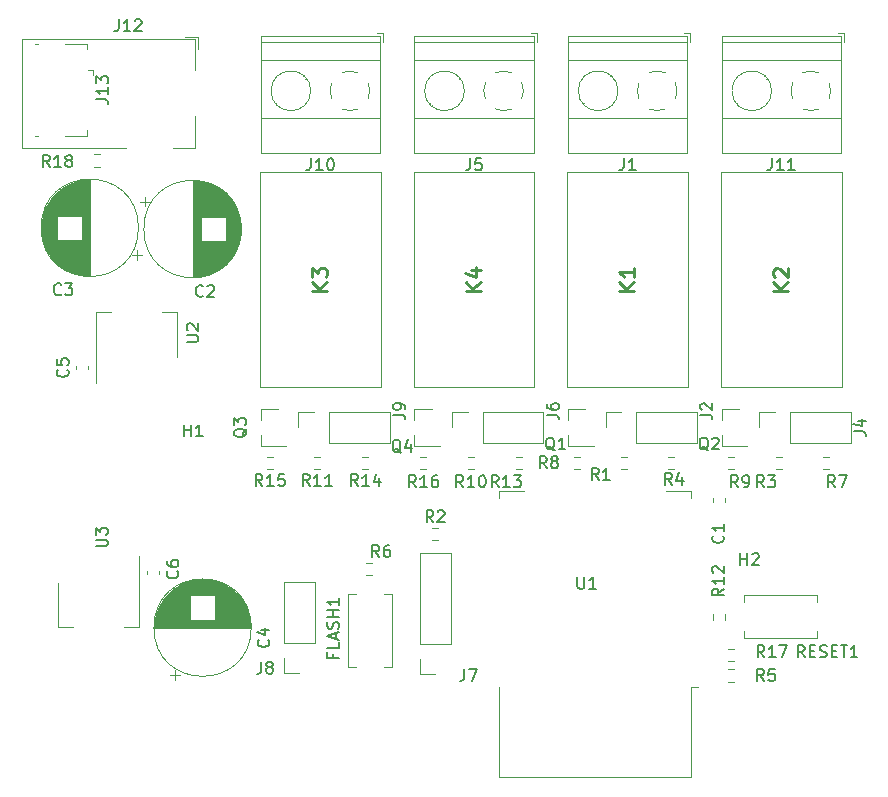
<source format=gbr>
%TF.GenerationSoftware,KiCad,Pcbnew,(5.1.9)-1*%
%TF.CreationDate,2021-07-06T13:13:09+03:00*%
%TF.ProjectId,plumber,706c756d-6265-4722-9e6b-696361645f70,rev?*%
%TF.SameCoordinates,Original*%
%TF.FileFunction,Legend,Top*%
%TF.FilePolarity,Positive*%
%FSLAX46Y46*%
G04 Gerber Fmt 4.6, Leading zero omitted, Abs format (unit mm)*
G04 Created by KiCad (PCBNEW (5.1.9)-1) date 2021-07-06 13:13:09*
%MOMM*%
%LPD*%
G01*
G04 APERTURE LIST*
%ADD10C,0.120000*%
%ADD11C,0.100000*%
%ADD12C,0.150000*%
%ADD13C,0.254000*%
G04 APERTURE END LIST*
D10*
%TO.C,U2*%
X131110000Y-85240000D02*
X129850000Y-85240000D01*
X124290000Y-85240000D02*
X125550000Y-85240000D01*
X131110000Y-89000000D02*
X131110000Y-85240000D01*
X124290000Y-91250000D02*
X124290000Y-85240000D01*
%TO.C,R18*%
X124654724Y-72922500D02*
X124145276Y-72922500D01*
X124654724Y-71877500D02*
X124145276Y-71877500D01*
%TO.C,J13*%
X123500000Y-62500000D02*
X123500000Y-62950000D01*
X121650000Y-62500000D02*
X123500000Y-62500000D01*
X119100000Y-70300000D02*
X119350000Y-70300000D01*
X119100000Y-62500000D02*
X119350000Y-62500000D01*
X121650000Y-70300000D02*
X123500000Y-70300000D01*
X123500000Y-70300000D02*
X123500000Y-69850000D01*
X124050000Y-64700000D02*
X124050000Y-65150000D01*
X124050000Y-64700000D02*
X123600000Y-64700000D01*
%TO.C,J12*%
X132900000Y-62950000D02*
X132900000Y-61900000D01*
X131850000Y-61900000D02*
X132900000Y-61900000D01*
X126800000Y-71300000D02*
X118000000Y-71300000D01*
X118000000Y-71300000D02*
X118000000Y-62100000D01*
X132700000Y-68600000D02*
X132700000Y-71300000D01*
X132700000Y-71300000D02*
X130800000Y-71300000D01*
X118000000Y-62100000D02*
X132700000Y-62100000D01*
X132700000Y-62100000D02*
X132700000Y-64700000D01*
%TO.C,C6*%
X128590000Y-107408767D02*
X128590000Y-107116233D01*
X129610000Y-107408767D02*
X129610000Y-107116233D01*
%TO.C,C5*%
X123610000Y-89791233D02*
X123610000Y-90083767D01*
X122590000Y-89791233D02*
X122590000Y-90083767D01*
%TO.C,C4*%
X137420000Y-111950000D02*
G75*
G03*
X137420000Y-111950000I-4120000J0D01*
G01*
X129220000Y-111950000D02*
X137380000Y-111950000D01*
X129220000Y-111910000D02*
X137380000Y-111910000D01*
X129220000Y-111870000D02*
X137380000Y-111870000D01*
X129221000Y-111830000D02*
X137379000Y-111830000D01*
X129223000Y-111790000D02*
X137377000Y-111790000D01*
X129224000Y-111750000D02*
X137376000Y-111750000D01*
X129226000Y-111710000D02*
X137374000Y-111710000D01*
X129229000Y-111670000D02*
X137371000Y-111670000D01*
X129232000Y-111630000D02*
X137368000Y-111630000D01*
X129235000Y-111590000D02*
X137365000Y-111590000D01*
X129239000Y-111550000D02*
X137361000Y-111550000D01*
X129243000Y-111510000D02*
X137357000Y-111510000D01*
X129248000Y-111470000D02*
X137352000Y-111470000D01*
X129252000Y-111430000D02*
X137348000Y-111430000D01*
X129258000Y-111390000D02*
X137342000Y-111390000D01*
X129263000Y-111350000D02*
X137337000Y-111350000D01*
X129270000Y-111310000D02*
X137330000Y-111310000D01*
X129276000Y-111270000D02*
X137324000Y-111270000D01*
X129283000Y-111229000D02*
X132260000Y-111229000D01*
X134340000Y-111229000D02*
X137317000Y-111229000D01*
X129290000Y-111189000D02*
X132260000Y-111189000D01*
X134340000Y-111189000D02*
X137310000Y-111189000D01*
X129298000Y-111149000D02*
X132260000Y-111149000D01*
X134340000Y-111149000D02*
X137302000Y-111149000D01*
X129306000Y-111109000D02*
X132260000Y-111109000D01*
X134340000Y-111109000D02*
X137294000Y-111109000D01*
X129315000Y-111069000D02*
X132260000Y-111069000D01*
X134340000Y-111069000D02*
X137285000Y-111069000D01*
X129324000Y-111029000D02*
X132260000Y-111029000D01*
X134340000Y-111029000D02*
X137276000Y-111029000D01*
X129333000Y-110989000D02*
X132260000Y-110989000D01*
X134340000Y-110989000D02*
X137267000Y-110989000D01*
X129343000Y-110949000D02*
X132260000Y-110949000D01*
X134340000Y-110949000D02*
X137257000Y-110949000D01*
X129353000Y-110909000D02*
X132260000Y-110909000D01*
X134340000Y-110909000D02*
X137247000Y-110909000D01*
X129364000Y-110869000D02*
X132260000Y-110869000D01*
X134340000Y-110869000D02*
X137236000Y-110869000D01*
X129375000Y-110829000D02*
X132260000Y-110829000D01*
X134340000Y-110829000D02*
X137225000Y-110829000D01*
X129386000Y-110789000D02*
X132260000Y-110789000D01*
X134340000Y-110789000D02*
X137214000Y-110789000D01*
X129398000Y-110749000D02*
X132260000Y-110749000D01*
X134340000Y-110749000D02*
X137202000Y-110749000D01*
X129411000Y-110709000D02*
X132260000Y-110709000D01*
X134340000Y-110709000D02*
X137189000Y-110709000D01*
X129423000Y-110669000D02*
X132260000Y-110669000D01*
X134340000Y-110669000D02*
X137177000Y-110669000D01*
X129437000Y-110629000D02*
X132260000Y-110629000D01*
X134340000Y-110629000D02*
X137163000Y-110629000D01*
X129450000Y-110589000D02*
X132260000Y-110589000D01*
X134340000Y-110589000D02*
X137150000Y-110589000D01*
X129465000Y-110549000D02*
X132260000Y-110549000D01*
X134340000Y-110549000D02*
X137135000Y-110549000D01*
X129479000Y-110509000D02*
X132260000Y-110509000D01*
X134340000Y-110509000D02*
X137121000Y-110509000D01*
X129495000Y-110469000D02*
X132260000Y-110469000D01*
X134340000Y-110469000D02*
X137105000Y-110469000D01*
X129510000Y-110429000D02*
X132260000Y-110429000D01*
X134340000Y-110429000D02*
X137090000Y-110429000D01*
X129526000Y-110389000D02*
X132260000Y-110389000D01*
X134340000Y-110389000D02*
X137074000Y-110389000D01*
X129543000Y-110349000D02*
X132260000Y-110349000D01*
X134340000Y-110349000D02*
X137057000Y-110349000D01*
X129560000Y-110309000D02*
X132260000Y-110309000D01*
X134340000Y-110309000D02*
X137040000Y-110309000D01*
X129578000Y-110269000D02*
X132260000Y-110269000D01*
X134340000Y-110269000D02*
X137022000Y-110269000D01*
X129596000Y-110229000D02*
X132260000Y-110229000D01*
X134340000Y-110229000D02*
X137004000Y-110229000D01*
X129614000Y-110189000D02*
X132260000Y-110189000D01*
X134340000Y-110189000D02*
X136986000Y-110189000D01*
X129634000Y-110149000D02*
X132260000Y-110149000D01*
X134340000Y-110149000D02*
X136966000Y-110149000D01*
X129653000Y-110109000D02*
X132260000Y-110109000D01*
X134340000Y-110109000D02*
X136947000Y-110109000D01*
X129673000Y-110069000D02*
X132260000Y-110069000D01*
X134340000Y-110069000D02*
X136927000Y-110069000D01*
X129694000Y-110029000D02*
X132260000Y-110029000D01*
X134340000Y-110029000D02*
X136906000Y-110029000D01*
X129716000Y-109989000D02*
X132260000Y-109989000D01*
X134340000Y-109989000D02*
X136884000Y-109989000D01*
X129738000Y-109949000D02*
X132260000Y-109949000D01*
X134340000Y-109949000D02*
X136862000Y-109949000D01*
X129760000Y-109909000D02*
X132260000Y-109909000D01*
X134340000Y-109909000D02*
X136840000Y-109909000D01*
X129783000Y-109869000D02*
X132260000Y-109869000D01*
X134340000Y-109869000D02*
X136817000Y-109869000D01*
X129807000Y-109829000D02*
X132260000Y-109829000D01*
X134340000Y-109829000D02*
X136793000Y-109829000D01*
X129831000Y-109789000D02*
X132260000Y-109789000D01*
X134340000Y-109789000D02*
X136769000Y-109789000D01*
X129856000Y-109749000D02*
X132260000Y-109749000D01*
X134340000Y-109749000D02*
X136744000Y-109749000D01*
X129882000Y-109709000D02*
X132260000Y-109709000D01*
X134340000Y-109709000D02*
X136718000Y-109709000D01*
X129908000Y-109669000D02*
X132260000Y-109669000D01*
X134340000Y-109669000D02*
X136692000Y-109669000D01*
X129935000Y-109629000D02*
X132260000Y-109629000D01*
X134340000Y-109629000D02*
X136665000Y-109629000D01*
X129962000Y-109589000D02*
X132260000Y-109589000D01*
X134340000Y-109589000D02*
X136638000Y-109589000D01*
X129991000Y-109549000D02*
X132260000Y-109549000D01*
X134340000Y-109549000D02*
X136609000Y-109549000D01*
X130020000Y-109509000D02*
X132260000Y-109509000D01*
X134340000Y-109509000D02*
X136580000Y-109509000D01*
X130050000Y-109469000D02*
X132260000Y-109469000D01*
X134340000Y-109469000D02*
X136550000Y-109469000D01*
X130080000Y-109429000D02*
X132260000Y-109429000D01*
X134340000Y-109429000D02*
X136520000Y-109429000D01*
X130111000Y-109389000D02*
X132260000Y-109389000D01*
X134340000Y-109389000D02*
X136489000Y-109389000D01*
X130144000Y-109349000D02*
X132260000Y-109349000D01*
X134340000Y-109349000D02*
X136456000Y-109349000D01*
X130176000Y-109309000D02*
X132260000Y-109309000D01*
X134340000Y-109309000D02*
X136424000Y-109309000D01*
X130210000Y-109269000D02*
X132260000Y-109269000D01*
X134340000Y-109269000D02*
X136390000Y-109269000D01*
X130245000Y-109229000D02*
X132260000Y-109229000D01*
X134340000Y-109229000D02*
X136355000Y-109229000D01*
X130281000Y-109189000D02*
X132260000Y-109189000D01*
X134340000Y-109189000D02*
X136319000Y-109189000D01*
X130317000Y-109149000D02*
X136283000Y-109149000D01*
X130355000Y-109109000D02*
X136245000Y-109109000D01*
X130393000Y-109069000D02*
X136207000Y-109069000D01*
X130433000Y-109029000D02*
X136167000Y-109029000D01*
X130474000Y-108989000D02*
X136126000Y-108989000D01*
X130516000Y-108949000D02*
X136084000Y-108949000D01*
X130559000Y-108909000D02*
X136041000Y-108909000D01*
X130603000Y-108869000D02*
X135997000Y-108869000D01*
X130649000Y-108829000D02*
X135951000Y-108829000D01*
X130696000Y-108789000D02*
X135904000Y-108789000D01*
X130744000Y-108749000D02*
X135856000Y-108749000D01*
X130795000Y-108709000D02*
X135805000Y-108709000D01*
X130846000Y-108669000D02*
X135754000Y-108669000D01*
X130900000Y-108629000D02*
X135700000Y-108629000D01*
X130955000Y-108589000D02*
X135645000Y-108589000D01*
X131013000Y-108549000D02*
X135587000Y-108549000D01*
X131072000Y-108509000D02*
X135528000Y-108509000D01*
X131134000Y-108469000D02*
X135466000Y-108469000D01*
X131198000Y-108429000D02*
X135402000Y-108429000D01*
X131266000Y-108389000D02*
X135334000Y-108389000D01*
X131336000Y-108349000D02*
X135264000Y-108349000D01*
X131410000Y-108309000D02*
X135190000Y-108309000D01*
X131487000Y-108269000D02*
X135113000Y-108269000D01*
X131569000Y-108229000D02*
X135031000Y-108229000D01*
X131655000Y-108189000D02*
X134945000Y-108189000D01*
X131748000Y-108149000D02*
X134852000Y-108149000D01*
X131847000Y-108109000D02*
X134753000Y-108109000D01*
X131954000Y-108069000D02*
X134646000Y-108069000D01*
X132071000Y-108029000D02*
X134529000Y-108029000D01*
X132202000Y-107989000D02*
X134398000Y-107989000D01*
X132352000Y-107949000D02*
X134248000Y-107949000D01*
X132532000Y-107909000D02*
X134068000Y-107909000D01*
X132767000Y-107869000D02*
X133833000Y-107869000D01*
X130985000Y-116359698D02*
X130985000Y-115559698D01*
X130585000Y-115959698D02*
X131385000Y-115959698D01*
%TO.C,C3*%
X127870000Y-78100000D02*
G75*
G03*
X127870000Y-78100000I-4120000J0D01*
G01*
X123750000Y-82180000D02*
X123750000Y-74020000D01*
X123710000Y-82180000D02*
X123710000Y-74020000D01*
X123670000Y-82180000D02*
X123670000Y-74020000D01*
X123630000Y-82179000D02*
X123630000Y-74021000D01*
X123590000Y-82177000D02*
X123590000Y-74023000D01*
X123550000Y-82176000D02*
X123550000Y-74024000D01*
X123510000Y-82174000D02*
X123510000Y-74026000D01*
X123470000Y-82171000D02*
X123470000Y-74029000D01*
X123430000Y-82168000D02*
X123430000Y-74032000D01*
X123390000Y-82165000D02*
X123390000Y-74035000D01*
X123350000Y-82161000D02*
X123350000Y-74039000D01*
X123310000Y-82157000D02*
X123310000Y-74043000D01*
X123270000Y-82152000D02*
X123270000Y-74048000D01*
X123230000Y-82148000D02*
X123230000Y-74052000D01*
X123190000Y-82142000D02*
X123190000Y-74058000D01*
X123150000Y-82137000D02*
X123150000Y-74063000D01*
X123110000Y-82130000D02*
X123110000Y-74070000D01*
X123070000Y-82124000D02*
X123070000Y-74076000D01*
X123029000Y-82117000D02*
X123029000Y-79140000D01*
X123029000Y-77060000D02*
X123029000Y-74083000D01*
X122989000Y-82110000D02*
X122989000Y-79140000D01*
X122989000Y-77060000D02*
X122989000Y-74090000D01*
X122949000Y-82102000D02*
X122949000Y-79140000D01*
X122949000Y-77060000D02*
X122949000Y-74098000D01*
X122909000Y-82094000D02*
X122909000Y-79140000D01*
X122909000Y-77060000D02*
X122909000Y-74106000D01*
X122869000Y-82085000D02*
X122869000Y-79140000D01*
X122869000Y-77060000D02*
X122869000Y-74115000D01*
X122829000Y-82076000D02*
X122829000Y-79140000D01*
X122829000Y-77060000D02*
X122829000Y-74124000D01*
X122789000Y-82067000D02*
X122789000Y-79140000D01*
X122789000Y-77060000D02*
X122789000Y-74133000D01*
X122749000Y-82057000D02*
X122749000Y-79140000D01*
X122749000Y-77060000D02*
X122749000Y-74143000D01*
X122709000Y-82047000D02*
X122709000Y-79140000D01*
X122709000Y-77060000D02*
X122709000Y-74153000D01*
X122669000Y-82036000D02*
X122669000Y-79140000D01*
X122669000Y-77060000D02*
X122669000Y-74164000D01*
X122629000Y-82025000D02*
X122629000Y-79140000D01*
X122629000Y-77060000D02*
X122629000Y-74175000D01*
X122589000Y-82014000D02*
X122589000Y-79140000D01*
X122589000Y-77060000D02*
X122589000Y-74186000D01*
X122549000Y-82002000D02*
X122549000Y-79140000D01*
X122549000Y-77060000D02*
X122549000Y-74198000D01*
X122509000Y-81989000D02*
X122509000Y-79140000D01*
X122509000Y-77060000D02*
X122509000Y-74211000D01*
X122469000Y-81977000D02*
X122469000Y-79140000D01*
X122469000Y-77060000D02*
X122469000Y-74223000D01*
X122429000Y-81963000D02*
X122429000Y-79140000D01*
X122429000Y-77060000D02*
X122429000Y-74237000D01*
X122389000Y-81950000D02*
X122389000Y-79140000D01*
X122389000Y-77060000D02*
X122389000Y-74250000D01*
X122349000Y-81935000D02*
X122349000Y-79140000D01*
X122349000Y-77060000D02*
X122349000Y-74265000D01*
X122309000Y-81921000D02*
X122309000Y-79140000D01*
X122309000Y-77060000D02*
X122309000Y-74279000D01*
X122269000Y-81905000D02*
X122269000Y-79140000D01*
X122269000Y-77060000D02*
X122269000Y-74295000D01*
X122229000Y-81890000D02*
X122229000Y-79140000D01*
X122229000Y-77060000D02*
X122229000Y-74310000D01*
X122189000Y-81874000D02*
X122189000Y-79140000D01*
X122189000Y-77060000D02*
X122189000Y-74326000D01*
X122149000Y-81857000D02*
X122149000Y-79140000D01*
X122149000Y-77060000D02*
X122149000Y-74343000D01*
X122109000Y-81840000D02*
X122109000Y-79140000D01*
X122109000Y-77060000D02*
X122109000Y-74360000D01*
X122069000Y-81822000D02*
X122069000Y-79140000D01*
X122069000Y-77060000D02*
X122069000Y-74378000D01*
X122029000Y-81804000D02*
X122029000Y-79140000D01*
X122029000Y-77060000D02*
X122029000Y-74396000D01*
X121989000Y-81786000D02*
X121989000Y-79140000D01*
X121989000Y-77060000D02*
X121989000Y-74414000D01*
X121949000Y-81766000D02*
X121949000Y-79140000D01*
X121949000Y-77060000D02*
X121949000Y-74434000D01*
X121909000Y-81747000D02*
X121909000Y-79140000D01*
X121909000Y-77060000D02*
X121909000Y-74453000D01*
X121869000Y-81727000D02*
X121869000Y-79140000D01*
X121869000Y-77060000D02*
X121869000Y-74473000D01*
X121829000Y-81706000D02*
X121829000Y-79140000D01*
X121829000Y-77060000D02*
X121829000Y-74494000D01*
X121789000Y-81684000D02*
X121789000Y-79140000D01*
X121789000Y-77060000D02*
X121789000Y-74516000D01*
X121749000Y-81662000D02*
X121749000Y-79140000D01*
X121749000Y-77060000D02*
X121749000Y-74538000D01*
X121709000Y-81640000D02*
X121709000Y-79140000D01*
X121709000Y-77060000D02*
X121709000Y-74560000D01*
X121669000Y-81617000D02*
X121669000Y-79140000D01*
X121669000Y-77060000D02*
X121669000Y-74583000D01*
X121629000Y-81593000D02*
X121629000Y-79140000D01*
X121629000Y-77060000D02*
X121629000Y-74607000D01*
X121589000Y-81569000D02*
X121589000Y-79140000D01*
X121589000Y-77060000D02*
X121589000Y-74631000D01*
X121549000Y-81544000D02*
X121549000Y-79140000D01*
X121549000Y-77060000D02*
X121549000Y-74656000D01*
X121509000Y-81518000D02*
X121509000Y-79140000D01*
X121509000Y-77060000D02*
X121509000Y-74682000D01*
X121469000Y-81492000D02*
X121469000Y-79140000D01*
X121469000Y-77060000D02*
X121469000Y-74708000D01*
X121429000Y-81465000D02*
X121429000Y-79140000D01*
X121429000Y-77060000D02*
X121429000Y-74735000D01*
X121389000Y-81438000D02*
X121389000Y-79140000D01*
X121389000Y-77060000D02*
X121389000Y-74762000D01*
X121349000Y-81409000D02*
X121349000Y-79140000D01*
X121349000Y-77060000D02*
X121349000Y-74791000D01*
X121309000Y-81380000D02*
X121309000Y-79140000D01*
X121309000Y-77060000D02*
X121309000Y-74820000D01*
X121269000Y-81350000D02*
X121269000Y-79140000D01*
X121269000Y-77060000D02*
X121269000Y-74850000D01*
X121229000Y-81320000D02*
X121229000Y-79140000D01*
X121229000Y-77060000D02*
X121229000Y-74880000D01*
X121189000Y-81289000D02*
X121189000Y-79140000D01*
X121189000Y-77060000D02*
X121189000Y-74911000D01*
X121149000Y-81256000D02*
X121149000Y-79140000D01*
X121149000Y-77060000D02*
X121149000Y-74944000D01*
X121109000Y-81224000D02*
X121109000Y-79140000D01*
X121109000Y-77060000D02*
X121109000Y-74976000D01*
X121069000Y-81190000D02*
X121069000Y-79140000D01*
X121069000Y-77060000D02*
X121069000Y-75010000D01*
X121029000Y-81155000D02*
X121029000Y-79140000D01*
X121029000Y-77060000D02*
X121029000Y-75045000D01*
X120989000Y-81119000D02*
X120989000Y-79140000D01*
X120989000Y-77060000D02*
X120989000Y-75081000D01*
X120949000Y-81083000D02*
X120949000Y-75117000D01*
X120909000Y-81045000D02*
X120909000Y-75155000D01*
X120869000Y-81007000D02*
X120869000Y-75193000D01*
X120829000Y-80967000D02*
X120829000Y-75233000D01*
X120789000Y-80926000D02*
X120789000Y-75274000D01*
X120749000Y-80884000D02*
X120749000Y-75316000D01*
X120709000Y-80841000D02*
X120709000Y-75359000D01*
X120669000Y-80797000D02*
X120669000Y-75403000D01*
X120629000Y-80751000D02*
X120629000Y-75449000D01*
X120589000Y-80704000D02*
X120589000Y-75496000D01*
X120549000Y-80656000D02*
X120549000Y-75544000D01*
X120509000Y-80605000D02*
X120509000Y-75595000D01*
X120469000Y-80554000D02*
X120469000Y-75646000D01*
X120429000Y-80500000D02*
X120429000Y-75700000D01*
X120389000Y-80445000D02*
X120389000Y-75755000D01*
X120349000Y-80387000D02*
X120349000Y-75813000D01*
X120309000Y-80328000D02*
X120309000Y-75872000D01*
X120269000Y-80266000D02*
X120269000Y-75934000D01*
X120229000Y-80202000D02*
X120229000Y-75998000D01*
X120189000Y-80134000D02*
X120189000Y-76066000D01*
X120149000Y-80064000D02*
X120149000Y-76136000D01*
X120109000Y-79990000D02*
X120109000Y-76210000D01*
X120069000Y-79913000D02*
X120069000Y-76287000D01*
X120029000Y-79831000D02*
X120029000Y-76369000D01*
X119989000Y-79745000D02*
X119989000Y-76455000D01*
X119949000Y-79652000D02*
X119949000Y-76548000D01*
X119909000Y-79553000D02*
X119909000Y-76647000D01*
X119869000Y-79446000D02*
X119869000Y-76754000D01*
X119829000Y-79329000D02*
X119829000Y-76871000D01*
X119789000Y-79198000D02*
X119789000Y-77002000D01*
X119749000Y-79048000D02*
X119749000Y-77152000D01*
X119709000Y-78868000D02*
X119709000Y-77332000D01*
X119669000Y-78633000D02*
X119669000Y-77567000D01*
X128159698Y-80415000D02*
X127359698Y-80415000D01*
X127759698Y-80815000D02*
X127759698Y-80015000D01*
%TO.C,C2*%
X136570000Y-78200000D02*
G75*
G03*
X136570000Y-78200000I-4120000J0D01*
G01*
X132450000Y-74120000D02*
X132450000Y-82280000D01*
X132490000Y-74120000D02*
X132490000Y-82280000D01*
X132530000Y-74120000D02*
X132530000Y-82280000D01*
X132570000Y-74121000D02*
X132570000Y-82279000D01*
X132610000Y-74123000D02*
X132610000Y-82277000D01*
X132650000Y-74124000D02*
X132650000Y-82276000D01*
X132690000Y-74126000D02*
X132690000Y-82274000D01*
X132730000Y-74129000D02*
X132730000Y-82271000D01*
X132770000Y-74132000D02*
X132770000Y-82268000D01*
X132810000Y-74135000D02*
X132810000Y-82265000D01*
X132850000Y-74139000D02*
X132850000Y-82261000D01*
X132890000Y-74143000D02*
X132890000Y-82257000D01*
X132930000Y-74148000D02*
X132930000Y-82252000D01*
X132970000Y-74152000D02*
X132970000Y-82248000D01*
X133010000Y-74158000D02*
X133010000Y-82242000D01*
X133050000Y-74163000D02*
X133050000Y-82237000D01*
X133090000Y-74170000D02*
X133090000Y-82230000D01*
X133130000Y-74176000D02*
X133130000Y-82224000D01*
X133171000Y-74183000D02*
X133171000Y-77160000D01*
X133171000Y-79240000D02*
X133171000Y-82217000D01*
X133211000Y-74190000D02*
X133211000Y-77160000D01*
X133211000Y-79240000D02*
X133211000Y-82210000D01*
X133251000Y-74198000D02*
X133251000Y-77160000D01*
X133251000Y-79240000D02*
X133251000Y-82202000D01*
X133291000Y-74206000D02*
X133291000Y-77160000D01*
X133291000Y-79240000D02*
X133291000Y-82194000D01*
X133331000Y-74215000D02*
X133331000Y-77160000D01*
X133331000Y-79240000D02*
X133331000Y-82185000D01*
X133371000Y-74224000D02*
X133371000Y-77160000D01*
X133371000Y-79240000D02*
X133371000Y-82176000D01*
X133411000Y-74233000D02*
X133411000Y-77160000D01*
X133411000Y-79240000D02*
X133411000Y-82167000D01*
X133451000Y-74243000D02*
X133451000Y-77160000D01*
X133451000Y-79240000D02*
X133451000Y-82157000D01*
X133491000Y-74253000D02*
X133491000Y-77160000D01*
X133491000Y-79240000D02*
X133491000Y-82147000D01*
X133531000Y-74264000D02*
X133531000Y-77160000D01*
X133531000Y-79240000D02*
X133531000Y-82136000D01*
X133571000Y-74275000D02*
X133571000Y-77160000D01*
X133571000Y-79240000D02*
X133571000Y-82125000D01*
X133611000Y-74286000D02*
X133611000Y-77160000D01*
X133611000Y-79240000D02*
X133611000Y-82114000D01*
X133651000Y-74298000D02*
X133651000Y-77160000D01*
X133651000Y-79240000D02*
X133651000Y-82102000D01*
X133691000Y-74311000D02*
X133691000Y-77160000D01*
X133691000Y-79240000D02*
X133691000Y-82089000D01*
X133731000Y-74323000D02*
X133731000Y-77160000D01*
X133731000Y-79240000D02*
X133731000Y-82077000D01*
X133771000Y-74337000D02*
X133771000Y-77160000D01*
X133771000Y-79240000D02*
X133771000Y-82063000D01*
X133811000Y-74350000D02*
X133811000Y-77160000D01*
X133811000Y-79240000D02*
X133811000Y-82050000D01*
X133851000Y-74365000D02*
X133851000Y-77160000D01*
X133851000Y-79240000D02*
X133851000Y-82035000D01*
X133891000Y-74379000D02*
X133891000Y-77160000D01*
X133891000Y-79240000D02*
X133891000Y-82021000D01*
X133931000Y-74395000D02*
X133931000Y-77160000D01*
X133931000Y-79240000D02*
X133931000Y-82005000D01*
X133971000Y-74410000D02*
X133971000Y-77160000D01*
X133971000Y-79240000D02*
X133971000Y-81990000D01*
X134011000Y-74426000D02*
X134011000Y-77160000D01*
X134011000Y-79240000D02*
X134011000Y-81974000D01*
X134051000Y-74443000D02*
X134051000Y-77160000D01*
X134051000Y-79240000D02*
X134051000Y-81957000D01*
X134091000Y-74460000D02*
X134091000Y-77160000D01*
X134091000Y-79240000D02*
X134091000Y-81940000D01*
X134131000Y-74478000D02*
X134131000Y-77160000D01*
X134131000Y-79240000D02*
X134131000Y-81922000D01*
X134171000Y-74496000D02*
X134171000Y-77160000D01*
X134171000Y-79240000D02*
X134171000Y-81904000D01*
X134211000Y-74514000D02*
X134211000Y-77160000D01*
X134211000Y-79240000D02*
X134211000Y-81886000D01*
X134251000Y-74534000D02*
X134251000Y-77160000D01*
X134251000Y-79240000D02*
X134251000Y-81866000D01*
X134291000Y-74553000D02*
X134291000Y-77160000D01*
X134291000Y-79240000D02*
X134291000Y-81847000D01*
X134331000Y-74573000D02*
X134331000Y-77160000D01*
X134331000Y-79240000D02*
X134331000Y-81827000D01*
X134371000Y-74594000D02*
X134371000Y-77160000D01*
X134371000Y-79240000D02*
X134371000Y-81806000D01*
X134411000Y-74616000D02*
X134411000Y-77160000D01*
X134411000Y-79240000D02*
X134411000Y-81784000D01*
X134451000Y-74638000D02*
X134451000Y-77160000D01*
X134451000Y-79240000D02*
X134451000Y-81762000D01*
X134491000Y-74660000D02*
X134491000Y-77160000D01*
X134491000Y-79240000D02*
X134491000Y-81740000D01*
X134531000Y-74683000D02*
X134531000Y-77160000D01*
X134531000Y-79240000D02*
X134531000Y-81717000D01*
X134571000Y-74707000D02*
X134571000Y-77160000D01*
X134571000Y-79240000D02*
X134571000Y-81693000D01*
X134611000Y-74731000D02*
X134611000Y-77160000D01*
X134611000Y-79240000D02*
X134611000Y-81669000D01*
X134651000Y-74756000D02*
X134651000Y-77160000D01*
X134651000Y-79240000D02*
X134651000Y-81644000D01*
X134691000Y-74782000D02*
X134691000Y-77160000D01*
X134691000Y-79240000D02*
X134691000Y-81618000D01*
X134731000Y-74808000D02*
X134731000Y-77160000D01*
X134731000Y-79240000D02*
X134731000Y-81592000D01*
X134771000Y-74835000D02*
X134771000Y-77160000D01*
X134771000Y-79240000D02*
X134771000Y-81565000D01*
X134811000Y-74862000D02*
X134811000Y-77160000D01*
X134811000Y-79240000D02*
X134811000Y-81538000D01*
X134851000Y-74891000D02*
X134851000Y-77160000D01*
X134851000Y-79240000D02*
X134851000Y-81509000D01*
X134891000Y-74920000D02*
X134891000Y-77160000D01*
X134891000Y-79240000D02*
X134891000Y-81480000D01*
X134931000Y-74950000D02*
X134931000Y-77160000D01*
X134931000Y-79240000D02*
X134931000Y-81450000D01*
X134971000Y-74980000D02*
X134971000Y-77160000D01*
X134971000Y-79240000D02*
X134971000Y-81420000D01*
X135011000Y-75011000D02*
X135011000Y-77160000D01*
X135011000Y-79240000D02*
X135011000Y-81389000D01*
X135051000Y-75044000D02*
X135051000Y-77160000D01*
X135051000Y-79240000D02*
X135051000Y-81356000D01*
X135091000Y-75076000D02*
X135091000Y-77160000D01*
X135091000Y-79240000D02*
X135091000Y-81324000D01*
X135131000Y-75110000D02*
X135131000Y-77160000D01*
X135131000Y-79240000D02*
X135131000Y-81290000D01*
X135171000Y-75145000D02*
X135171000Y-77160000D01*
X135171000Y-79240000D02*
X135171000Y-81255000D01*
X135211000Y-75181000D02*
X135211000Y-77160000D01*
X135211000Y-79240000D02*
X135211000Y-81219000D01*
X135251000Y-75217000D02*
X135251000Y-81183000D01*
X135291000Y-75255000D02*
X135291000Y-81145000D01*
X135331000Y-75293000D02*
X135331000Y-81107000D01*
X135371000Y-75333000D02*
X135371000Y-81067000D01*
X135411000Y-75374000D02*
X135411000Y-81026000D01*
X135451000Y-75416000D02*
X135451000Y-80984000D01*
X135491000Y-75459000D02*
X135491000Y-80941000D01*
X135531000Y-75503000D02*
X135531000Y-80897000D01*
X135571000Y-75549000D02*
X135571000Y-80851000D01*
X135611000Y-75596000D02*
X135611000Y-80804000D01*
X135651000Y-75644000D02*
X135651000Y-80756000D01*
X135691000Y-75695000D02*
X135691000Y-80705000D01*
X135731000Y-75746000D02*
X135731000Y-80654000D01*
X135771000Y-75800000D02*
X135771000Y-80600000D01*
X135811000Y-75855000D02*
X135811000Y-80545000D01*
X135851000Y-75913000D02*
X135851000Y-80487000D01*
X135891000Y-75972000D02*
X135891000Y-80428000D01*
X135931000Y-76034000D02*
X135931000Y-80366000D01*
X135971000Y-76098000D02*
X135971000Y-80302000D01*
X136011000Y-76166000D02*
X136011000Y-80234000D01*
X136051000Y-76236000D02*
X136051000Y-80164000D01*
X136091000Y-76310000D02*
X136091000Y-80090000D01*
X136131000Y-76387000D02*
X136131000Y-80013000D01*
X136171000Y-76469000D02*
X136171000Y-79931000D01*
X136211000Y-76555000D02*
X136211000Y-79845000D01*
X136251000Y-76648000D02*
X136251000Y-79752000D01*
X136291000Y-76747000D02*
X136291000Y-79653000D01*
X136331000Y-76854000D02*
X136331000Y-79546000D01*
X136371000Y-76971000D02*
X136371000Y-79429000D01*
X136411000Y-77102000D02*
X136411000Y-79298000D01*
X136451000Y-77252000D02*
X136451000Y-79148000D01*
X136491000Y-77432000D02*
X136491000Y-78968000D01*
X136531000Y-77667000D02*
X136531000Y-78733000D01*
X128040302Y-75885000D02*
X128840302Y-75885000D01*
X128440302Y-75485000D02*
X128440302Y-76285000D01*
%TO.C,U3*%
X127910000Y-105900000D02*
X127910000Y-111910000D01*
X121090000Y-108150000D02*
X121090000Y-111910000D01*
X127910000Y-111910000D02*
X126650000Y-111910000D01*
X121090000Y-111910000D02*
X122350000Y-111910000D01*
%TO.C,R16*%
X151745276Y-98522500D02*
X152254724Y-98522500D01*
X151745276Y-97477500D02*
X152254724Y-97477500D01*
%TO.C,R15*%
X138745276Y-98522500D02*
X139254724Y-98522500D01*
X138745276Y-97477500D02*
X139254724Y-97477500D01*
%TO.C,R14*%
X146832776Y-98522500D02*
X147342224Y-98522500D01*
X146832776Y-97477500D02*
X147342224Y-97477500D01*
%TO.C,R13*%
X159832776Y-98522500D02*
X160342224Y-98522500D01*
X159832776Y-97477500D02*
X160342224Y-97477500D01*
%TO.C,R11*%
X142745276Y-98522500D02*
X143254724Y-98522500D01*
X142745276Y-97477500D02*
X143254724Y-97477500D01*
%TO.C,R10*%
X155745276Y-98522500D02*
X156254724Y-98522500D01*
X155745276Y-97477500D02*
X156254724Y-97477500D01*
%TO.C,R9*%
X177745276Y-98522500D02*
X178254724Y-98522500D01*
X177745276Y-97477500D02*
X178254724Y-97477500D01*
%TO.C,R8*%
X164745276Y-98522500D02*
X165254724Y-98522500D01*
X164745276Y-97477500D02*
X165254724Y-97477500D01*
%TO.C,R7*%
X185832776Y-98522500D02*
X186342224Y-98522500D01*
X185832776Y-97477500D02*
X186342224Y-97477500D01*
%TO.C,R4*%
X172745276Y-98522500D02*
X173254724Y-98522500D01*
X172745276Y-97477500D02*
X173254724Y-97477500D01*
%TO.C,R3*%
X181832776Y-98522500D02*
X182342224Y-98522500D01*
X181832776Y-97477500D02*
X182342224Y-97477500D01*
%TO.C,R2*%
X152745276Y-104522500D02*
X153254724Y-104522500D01*
X152745276Y-103477500D02*
X153254724Y-103477500D01*
%TO.C,R1*%
X168745276Y-98522500D02*
X169254724Y-98522500D01*
X168745276Y-97477500D02*
X169254724Y-97477500D01*
%TO.C,Q4*%
X151240000Y-93420000D02*
X152700000Y-93420000D01*
X151240000Y-96580000D02*
X153400000Y-96580000D01*
X151240000Y-96580000D02*
X151240000Y-95650000D01*
X151240000Y-93420000D02*
X151240000Y-94350000D01*
%TO.C,Q3*%
X138240000Y-93420000D02*
X139700000Y-93420000D01*
X138240000Y-96580000D02*
X140400000Y-96580000D01*
X138240000Y-96580000D02*
X138240000Y-95650000D01*
X138240000Y-93420000D02*
X138240000Y-94350000D01*
%TO.C,Q2*%
X177240000Y-93420000D02*
X178700000Y-93420000D01*
X177240000Y-96580000D02*
X179400000Y-96580000D01*
X177240000Y-96580000D02*
X177240000Y-95650000D01*
X177240000Y-93420000D02*
X177240000Y-94350000D01*
%TO.C,Q1*%
X164240000Y-93420000D02*
X165700000Y-93420000D01*
X164240000Y-96580000D02*
X166400000Y-96580000D01*
X164240000Y-96580000D02*
X164240000Y-95650000D01*
X164240000Y-93420000D02*
X164240000Y-94350000D01*
D11*
%TO.C,K4*%
X161375000Y-91605000D02*
X151175000Y-91605000D01*
X161375000Y-73405000D02*
X161375000Y-91605000D01*
X151175000Y-73405000D02*
X161375000Y-73405000D01*
X151175000Y-91605000D02*
X151175000Y-73405000D01*
%TO.C,K3*%
X148375000Y-91580000D02*
X138175000Y-91580000D01*
X148375000Y-73380000D02*
X148375000Y-91580000D01*
X138175000Y-73380000D02*
X148375000Y-73380000D01*
X138175000Y-91580000D02*
X138175000Y-73380000D01*
%TO.C,K2*%
X187400000Y-91605000D02*
X177200000Y-91605000D01*
X187400000Y-73405000D02*
X187400000Y-91605000D01*
X177200000Y-73405000D02*
X187400000Y-73405000D01*
X177200000Y-91605000D02*
X177200000Y-73405000D01*
%TO.C,K1*%
X174375000Y-91605000D02*
X164175000Y-91605000D01*
X174375000Y-73405000D02*
X174375000Y-91605000D01*
X164175000Y-73405000D02*
X174375000Y-73405000D01*
X164175000Y-91605000D02*
X164175000Y-73405000D01*
D10*
%TO.C,J11*%
X187600000Y-61600000D02*
X187100000Y-61600000D01*
X187600000Y-62340000D02*
X187600000Y-61600000D01*
X181027000Y-65477000D02*
X181074000Y-65431000D01*
X178730000Y-67775000D02*
X178765000Y-67739000D01*
X180834000Y-65261000D02*
X180869000Y-65226000D01*
X178525000Y-67569000D02*
X178572000Y-67523000D01*
X177240000Y-71761000D02*
X177240000Y-61840000D01*
X187360000Y-71761000D02*
X187360000Y-61840000D01*
X187360000Y-61840000D02*
X177240000Y-61840000D01*
X187360000Y-71761000D02*
X177240000Y-71761000D01*
X187360000Y-68801000D02*
X177240000Y-68801000D01*
X187360000Y-63900000D02*
X177240000Y-63900000D01*
X187360000Y-62400000D02*
X177240000Y-62400000D01*
X181480000Y-66500000D02*
G75*
G03*
X181480000Y-66500000I-1680000J0D01*
G01*
X184771195Y-64819747D02*
G75*
G02*
X185484000Y-64965000I28805J-1680253D01*
G01*
X186335426Y-65816958D02*
G75*
G02*
X186335000Y-67184000I-1535426J-683042D01*
G01*
X185483042Y-68035426D02*
G75*
G02*
X184116000Y-68035000I-683042J1535426D01*
G01*
X183264574Y-67183042D02*
G75*
G02*
X183265000Y-65816000I1535426J683042D01*
G01*
X184116682Y-64965244D02*
G75*
G02*
X184800000Y-64820000I683318J-1534756D01*
G01*
%TO.C,J10*%
X148575000Y-61600000D02*
X148075000Y-61600000D01*
X148575000Y-62340000D02*
X148575000Y-61600000D01*
X142002000Y-65477000D02*
X142049000Y-65431000D01*
X139705000Y-67775000D02*
X139740000Y-67739000D01*
X141809000Y-65261000D02*
X141844000Y-65226000D01*
X139500000Y-67569000D02*
X139547000Y-67523000D01*
X138215000Y-71761000D02*
X138215000Y-61840000D01*
X148335000Y-71761000D02*
X148335000Y-61840000D01*
X148335000Y-61840000D02*
X138215000Y-61840000D01*
X148335000Y-71761000D02*
X138215000Y-71761000D01*
X148335000Y-68801000D02*
X138215000Y-68801000D01*
X148335000Y-63900000D02*
X138215000Y-63900000D01*
X148335000Y-62400000D02*
X138215000Y-62400000D01*
X142455000Y-66500000D02*
G75*
G03*
X142455000Y-66500000I-1680000J0D01*
G01*
X145746195Y-64819747D02*
G75*
G02*
X146459000Y-64965000I28805J-1680253D01*
G01*
X147310426Y-65816958D02*
G75*
G02*
X147310000Y-67184000I-1535426J-683042D01*
G01*
X146458042Y-68035426D02*
G75*
G02*
X145091000Y-68035000I-683042J1535426D01*
G01*
X144239574Y-67183042D02*
G75*
G02*
X144240000Y-65816000I1535426J683042D01*
G01*
X145091682Y-64965244D02*
G75*
G02*
X145775000Y-64820000I683318J-1534756D01*
G01*
%TO.C,J9*%
X141420000Y-95000000D02*
X141420000Y-93670000D01*
X141420000Y-93670000D02*
X142750000Y-93670000D01*
X144020000Y-93670000D02*
X149160000Y-93670000D01*
X149160000Y-96330000D02*
X149160000Y-93670000D01*
X144020000Y-96330000D02*
X149160000Y-96330000D01*
X144020000Y-96330000D02*
X144020000Y-93670000D01*
%TO.C,J4*%
X180445000Y-95000000D02*
X180445000Y-93670000D01*
X180445000Y-93670000D02*
X181775000Y-93670000D01*
X183045000Y-93670000D02*
X188185000Y-93670000D01*
X188185000Y-96330000D02*
X188185000Y-93670000D01*
X183045000Y-96330000D02*
X188185000Y-96330000D01*
X183045000Y-96330000D02*
X183045000Y-93670000D01*
%TO.C,J2*%
X167420000Y-95000000D02*
X167420000Y-93670000D01*
X167420000Y-93670000D02*
X168750000Y-93670000D01*
X170020000Y-93670000D02*
X175160000Y-93670000D01*
X175160000Y-96330000D02*
X175160000Y-93670000D01*
X170020000Y-96330000D02*
X175160000Y-96330000D01*
X170020000Y-96330000D02*
X170020000Y-93670000D01*
%TO.C,J8*%
X141500000Y-115830000D02*
X140170000Y-115830000D01*
X140170000Y-115830000D02*
X140170000Y-114500000D01*
X140170000Y-113230000D02*
X140170000Y-108090000D01*
X142830000Y-108090000D02*
X140170000Y-108090000D01*
X142830000Y-113230000D02*
X142830000Y-108090000D01*
X142830000Y-113230000D02*
X140170000Y-113230000D01*
%TO.C,J6*%
X154420000Y-95000000D02*
X154420000Y-93670000D01*
X154420000Y-93670000D02*
X155750000Y-93670000D01*
X157020000Y-93670000D02*
X162160000Y-93670000D01*
X162160000Y-96330000D02*
X162160000Y-93670000D01*
X157020000Y-96330000D02*
X162160000Y-96330000D01*
X157020000Y-96330000D02*
X157020000Y-93670000D01*
%TO.C,J5*%
X161583333Y-61600000D02*
X161083333Y-61600000D01*
X161583333Y-62340000D02*
X161583333Y-61600000D01*
X155010333Y-65477000D02*
X155057333Y-65431000D01*
X152713333Y-67775000D02*
X152748333Y-67739000D01*
X154817333Y-65261000D02*
X154852333Y-65226000D01*
X152508333Y-67569000D02*
X152555333Y-67523000D01*
X151223333Y-71761000D02*
X151223333Y-61840000D01*
X161343333Y-71761000D02*
X161343333Y-61840000D01*
X161343333Y-61840000D02*
X151223333Y-61840000D01*
X161343333Y-71761000D02*
X151223333Y-71761000D01*
X161343333Y-68801000D02*
X151223333Y-68801000D01*
X161343333Y-63900000D02*
X151223333Y-63900000D01*
X161343333Y-62400000D02*
X151223333Y-62400000D01*
X155463333Y-66500000D02*
G75*
G03*
X155463333Y-66500000I-1680000J0D01*
G01*
X158754528Y-64819747D02*
G75*
G02*
X159467333Y-64965000I28805J-1680253D01*
G01*
X160318759Y-65816958D02*
G75*
G02*
X160318333Y-67184000I-1535426J-683042D01*
G01*
X159466375Y-68035426D02*
G75*
G02*
X158099333Y-68035000I-683042J1535426D01*
G01*
X157247907Y-67183042D02*
G75*
G02*
X157248333Y-65816000I1535426J683042D01*
G01*
X158100015Y-64965244D02*
G75*
G02*
X158783333Y-64820000I683318J-1534756D01*
G01*
%TO.C,FLASH1*%
X145650000Y-109100000D02*
X145650000Y-115300000D01*
X149350000Y-115300000D02*
X149350000Y-109100000D01*
X149350000Y-109100000D02*
X148700000Y-109100000D01*
X146300000Y-109100000D02*
X145650000Y-109100000D01*
X145650000Y-115300000D02*
X146300000Y-115300000D01*
X149350000Y-115300000D02*
X148700000Y-115300000D01*
%TO.C,R17*%
X177745276Y-114772500D02*
X178254724Y-114772500D01*
X177745276Y-113727500D02*
X178254724Y-113727500D01*
%TO.C,R12*%
X176477500Y-110832776D02*
X176477500Y-111342224D01*
X177522500Y-110832776D02*
X177522500Y-111342224D01*
%TO.C,R6*%
X147667224Y-106477500D02*
X147157776Y-106477500D01*
X147667224Y-107522500D02*
X147157776Y-107522500D01*
%TO.C,R5*%
X178254724Y-115477500D02*
X177745276Y-115477500D01*
X178254724Y-116522500D02*
X177745276Y-116522500D01*
%TO.C,C1*%
X177510000Y-101283767D02*
X177510000Y-100991233D01*
X176490000Y-101283767D02*
X176490000Y-100991233D01*
%TO.C,RESET1*%
X179100000Y-112850000D02*
X185300000Y-112850000D01*
X185300000Y-109150000D02*
X179100000Y-109150000D01*
X179100000Y-109150000D02*
X179100000Y-109800000D01*
X179100000Y-112200000D02*
X179100000Y-112850000D01*
X185300000Y-112850000D02*
X185300000Y-112200000D01*
X185300000Y-109150000D02*
X185300000Y-109800000D01*
%TO.C,J7*%
X153000000Y-115910000D02*
X151670000Y-115910000D01*
X151670000Y-115910000D02*
X151670000Y-114580000D01*
X151670000Y-113310000D02*
X151670000Y-105630000D01*
X154330000Y-105630000D02*
X151670000Y-105630000D01*
X154330000Y-113310000D02*
X154330000Y-105630000D01*
X154330000Y-113310000D02*
X151670000Y-113310000D01*
%TO.C,U1*%
X174620000Y-124620000D02*
X158380000Y-124620000D01*
X158380000Y-124620000D02*
X158380000Y-117000000D01*
X158380000Y-101000000D02*
X158380000Y-100380000D01*
X158380000Y-100380000D02*
X160500000Y-100380000D01*
X172500000Y-100380000D02*
X174620000Y-100380000D01*
X174620000Y-100380000D02*
X174620000Y-101000000D01*
X174620000Y-117000000D02*
X174620000Y-124620000D01*
X174620000Y-117000000D02*
X175230000Y-117000000D01*
%TO.C,J1*%
X174591666Y-61600000D02*
X174091666Y-61600000D01*
X174591666Y-62340000D02*
X174591666Y-61600000D01*
X168018666Y-65477000D02*
X168065666Y-65431000D01*
X165721666Y-67775000D02*
X165756666Y-67739000D01*
X167825666Y-65261000D02*
X167860666Y-65226000D01*
X165516666Y-67569000D02*
X165563666Y-67523000D01*
X164231666Y-71761000D02*
X164231666Y-61840000D01*
X174351666Y-71761000D02*
X174351666Y-61840000D01*
X174351666Y-61840000D02*
X164231666Y-61840000D01*
X174351666Y-71761000D02*
X164231666Y-71761000D01*
X174351666Y-68801000D02*
X164231666Y-68801000D01*
X174351666Y-63900000D02*
X164231666Y-63900000D01*
X174351666Y-62400000D02*
X164231666Y-62400000D01*
X168471666Y-66500000D02*
G75*
G03*
X168471666Y-66500000I-1680000J0D01*
G01*
X171762861Y-64819747D02*
G75*
G02*
X172475666Y-64965000I28805J-1680253D01*
G01*
X173327092Y-65816958D02*
G75*
G02*
X173326666Y-67184000I-1535426J-683042D01*
G01*
X172474708Y-68035426D02*
G75*
G02*
X171107666Y-68035000I-683042J1535426D01*
G01*
X170256240Y-67183042D02*
G75*
G02*
X170256666Y-65816000I1535426J683042D01*
G01*
X171108348Y-64965244D02*
G75*
G02*
X171791666Y-64820000I683318J-1534756D01*
G01*
%TO.C,U2*%
D12*
X131952380Y-87761904D02*
X132761904Y-87761904D01*
X132857142Y-87714285D01*
X132904761Y-87666666D01*
X132952380Y-87571428D01*
X132952380Y-87380952D01*
X132904761Y-87285714D01*
X132857142Y-87238095D01*
X132761904Y-87190476D01*
X131952380Y-87190476D01*
X132047619Y-86761904D02*
X132000000Y-86714285D01*
X131952380Y-86619047D01*
X131952380Y-86380952D01*
X132000000Y-86285714D01*
X132047619Y-86238095D01*
X132142857Y-86190476D01*
X132238095Y-86190476D01*
X132380952Y-86238095D01*
X132952380Y-86809523D01*
X132952380Y-86190476D01*
%TO.C,R18*%
X120357142Y-72952380D02*
X120023809Y-72476190D01*
X119785714Y-72952380D02*
X119785714Y-71952380D01*
X120166666Y-71952380D01*
X120261904Y-72000000D01*
X120309523Y-72047619D01*
X120357142Y-72142857D01*
X120357142Y-72285714D01*
X120309523Y-72380952D01*
X120261904Y-72428571D01*
X120166666Y-72476190D01*
X119785714Y-72476190D01*
X121309523Y-72952380D02*
X120738095Y-72952380D01*
X121023809Y-72952380D02*
X121023809Y-71952380D01*
X120928571Y-72095238D01*
X120833333Y-72190476D01*
X120738095Y-72238095D01*
X121880952Y-72380952D02*
X121785714Y-72333333D01*
X121738095Y-72285714D01*
X121690476Y-72190476D01*
X121690476Y-72142857D01*
X121738095Y-72047619D01*
X121785714Y-72000000D01*
X121880952Y-71952380D01*
X122071428Y-71952380D01*
X122166666Y-72000000D01*
X122214285Y-72047619D01*
X122261904Y-72142857D01*
X122261904Y-72190476D01*
X122214285Y-72285714D01*
X122166666Y-72333333D01*
X122071428Y-72380952D01*
X121880952Y-72380952D01*
X121785714Y-72428571D01*
X121738095Y-72476190D01*
X121690476Y-72571428D01*
X121690476Y-72761904D01*
X121738095Y-72857142D01*
X121785714Y-72904761D01*
X121880952Y-72952380D01*
X122071428Y-72952380D01*
X122166666Y-72904761D01*
X122214285Y-72857142D01*
X122261904Y-72761904D01*
X122261904Y-72571428D01*
X122214285Y-72476190D01*
X122166666Y-72428571D01*
X122071428Y-72380952D01*
%TO.C,J13*%
X124302380Y-67209523D02*
X125016666Y-67209523D01*
X125159523Y-67257142D01*
X125254761Y-67352380D01*
X125302380Y-67495238D01*
X125302380Y-67590476D01*
X125302380Y-66209523D02*
X125302380Y-66780952D01*
X125302380Y-66495238D02*
X124302380Y-66495238D01*
X124445238Y-66590476D01*
X124540476Y-66685714D01*
X124588095Y-66780952D01*
X124302380Y-65876190D02*
X124302380Y-65257142D01*
X124683333Y-65590476D01*
X124683333Y-65447619D01*
X124730952Y-65352380D01*
X124778571Y-65304761D01*
X124873809Y-65257142D01*
X125111904Y-65257142D01*
X125207142Y-65304761D01*
X125254761Y-65352380D01*
X125302380Y-65447619D01*
X125302380Y-65733333D01*
X125254761Y-65828571D01*
X125207142Y-65876190D01*
%TO.C,J12*%
X126190476Y-60452380D02*
X126190476Y-61166666D01*
X126142857Y-61309523D01*
X126047619Y-61404761D01*
X125904761Y-61452380D01*
X125809523Y-61452380D01*
X127190476Y-61452380D02*
X126619047Y-61452380D01*
X126904761Y-61452380D02*
X126904761Y-60452380D01*
X126809523Y-60595238D01*
X126714285Y-60690476D01*
X126619047Y-60738095D01*
X127571428Y-60547619D02*
X127619047Y-60500000D01*
X127714285Y-60452380D01*
X127952380Y-60452380D01*
X128047619Y-60500000D01*
X128095238Y-60547619D01*
X128142857Y-60642857D01*
X128142857Y-60738095D01*
X128095238Y-60880952D01*
X127523809Y-61452380D01*
X128142857Y-61452380D01*
%TO.C,C6*%
X131157142Y-107166666D02*
X131204761Y-107214285D01*
X131252380Y-107357142D01*
X131252380Y-107452380D01*
X131204761Y-107595238D01*
X131109523Y-107690476D01*
X131014285Y-107738095D01*
X130823809Y-107785714D01*
X130680952Y-107785714D01*
X130490476Y-107738095D01*
X130395238Y-107690476D01*
X130300000Y-107595238D01*
X130252380Y-107452380D01*
X130252380Y-107357142D01*
X130300000Y-107214285D01*
X130347619Y-107166666D01*
X130252380Y-106309523D02*
X130252380Y-106500000D01*
X130300000Y-106595238D01*
X130347619Y-106642857D01*
X130490476Y-106738095D01*
X130680952Y-106785714D01*
X131061904Y-106785714D01*
X131157142Y-106738095D01*
X131204761Y-106690476D01*
X131252380Y-106595238D01*
X131252380Y-106404761D01*
X131204761Y-106309523D01*
X131157142Y-106261904D01*
X131061904Y-106214285D01*
X130823809Y-106214285D01*
X130728571Y-106261904D01*
X130680952Y-106309523D01*
X130633333Y-106404761D01*
X130633333Y-106595238D01*
X130680952Y-106690476D01*
X130728571Y-106738095D01*
X130823809Y-106785714D01*
%TO.C,C5*%
X121857142Y-90104166D02*
X121904761Y-90151785D01*
X121952380Y-90294642D01*
X121952380Y-90389880D01*
X121904761Y-90532738D01*
X121809523Y-90627976D01*
X121714285Y-90675595D01*
X121523809Y-90723214D01*
X121380952Y-90723214D01*
X121190476Y-90675595D01*
X121095238Y-90627976D01*
X121000000Y-90532738D01*
X120952380Y-90389880D01*
X120952380Y-90294642D01*
X121000000Y-90151785D01*
X121047619Y-90104166D01*
X120952380Y-89199404D02*
X120952380Y-89675595D01*
X121428571Y-89723214D01*
X121380952Y-89675595D01*
X121333333Y-89580357D01*
X121333333Y-89342261D01*
X121380952Y-89247023D01*
X121428571Y-89199404D01*
X121523809Y-89151785D01*
X121761904Y-89151785D01*
X121857142Y-89199404D01*
X121904761Y-89247023D01*
X121952380Y-89342261D01*
X121952380Y-89580357D01*
X121904761Y-89675595D01*
X121857142Y-89723214D01*
%TO.C,C4*%
X138857142Y-112966666D02*
X138904761Y-113014285D01*
X138952380Y-113157142D01*
X138952380Y-113252380D01*
X138904761Y-113395238D01*
X138809523Y-113490476D01*
X138714285Y-113538095D01*
X138523809Y-113585714D01*
X138380952Y-113585714D01*
X138190476Y-113538095D01*
X138095238Y-113490476D01*
X138000000Y-113395238D01*
X137952380Y-113252380D01*
X137952380Y-113157142D01*
X138000000Y-113014285D01*
X138047619Y-112966666D01*
X138285714Y-112109523D02*
X138952380Y-112109523D01*
X137904761Y-112347619D02*
X138619047Y-112585714D01*
X138619047Y-111966666D01*
%TO.C,C3*%
X121333333Y-83707142D02*
X121285714Y-83754761D01*
X121142857Y-83802380D01*
X121047619Y-83802380D01*
X120904761Y-83754761D01*
X120809523Y-83659523D01*
X120761904Y-83564285D01*
X120714285Y-83373809D01*
X120714285Y-83230952D01*
X120761904Y-83040476D01*
X120809523Y-82945238D01*
X120904761Y-82850000D01*
X121047619Y-82802380D01*
X121142857Y-82802380D01*
X121285714Y-82850000D01*
X121333333Y-82897619D01*
X121666666Y-82802380D02*
X122285714Y-82802380D01*
X121952380Y-83183333D01*
X122095238Y-83183333D01*
X122190476Y-83230952D01*
X122238095Y-83278571D01*
X122285714Y-83373809D01*
X122285714Y-83611904D01*
X122238095Y-83707142D01*
X122190476Y-83754761D01*
X122095238Y-83802380D01*
X121809523Y-83802380D01*
X121714285Y-83754761D01*
X121666666Y-83707142D01*
%TO.C,C2*%
X133333333Y-83857142D02*
X133285714Y-83904761D01*
X133142857Y-83952380D01*
X133047619Y-83952380D01*
X132904761Y-83904761D01*
X132809523Y-83809523D01*
X132761904Y-83714285D01*
X132714285Y-83523809D01*
X132714285Y-83380952D01*
X132761904Y-83190476D01*
X132809523Y-83095238D01*
X132904761Y-83000000D01*
X133047619Y-82952380D01*
X133142857Y-82952380D01*
X133285714Y-83000000D01*
X133333333Y-83047619D01*
X133714285Y-83047619D02*
X133761904Y-83000000D01*
X133857142Y-82952380D01*
X134095238Y-82952380D01*
X134190476Y-83000000D01*
X134238095Y-83047619D01*
X134285714Y-83142857D01*
X134285714Y-83238095D01*
X134238095Y-83380952D01*
X133666666Y-83952380D01*
X134285714Y-83952380D01*
%TO.C,U3*%
X124252380Y-105061904D02*
X125061904Y-105061904D01*
X125157142Y-105014285D01*
X125204761Y-104966666D01*
X125252380Y-104871428D01*
X125252380Y-104680952D01*
X125204761Y-104585714D01*
X125157142Y-104538095D01*
X125061904Y-104490476D01*
X124252380Y-104490476D01*
X124252380Y-104109523D02*
X124252380Y-103490476D01*
X124633333Y-103823809D01*
X124633333Y-103680952D01*
X124680952Y-103585714D01*
X124728571Y-103538095D01*
X124823809Y-103490476D01*
X125061904Y-103490476D01*
X125157142Y-103538095D01*
X125204761Y-103585714D01*
X125252380Y-103680952D01*
X125252380Y-103966666D01*
X125204761Y-104061904D01*
X125157142Y-104109523D01*
%TO.C,R16*%
X151357142Y-100052380D02*
X151023809Y-99576190D01*
X150785714Y-100052380D02*
X150785714Y-99052380D01*
X151166666Y-99052380D01*
X151261904Y-99100000D01*
X151309523Y-99147619D01*
X151357142Y-99242857D01*
X151357142Y-99385714D01*
X151309523Y-99480952D01*
X151261904Y-99528571D01*
X151166666Y-99576190D01*
X150785714Y-99576190D01*
X152309523Y-100052380D02*
X151738095Y-100052380D01*
X152023809Y-100052380D02*
X152023809Y-99052380D01*
X151928571Y-99195238D01*
X151833333Y-99290476D01*
X151738095Y-99338095D01*
X153166666Y-99052380D02*
X152976190Y-99052380D01*
X152880952Y-99100000D01*
X152833333Y-99147619D01*
X152738095Y-99290476D01*
X152690476Y-99480952D01*
X152690476Y-99861904D01*
X152738095Y-99957142D01*
X152785714Y-100004761D01*
X152880952Y-100052380D01*
X153071428Y-100052380D01*
X153166666Y-100004761D01*
X153214285Y-99957142D01*
X153261904Y-99861904D01*
X153261904Y-99623809D01*
X153214285Y-99528571D01*
X153166666Y-99480952D01*
X153071428Y-99433333D01*
X152880952Y-99433333D01*
X152785714Y-99480952D01*
X152738095Y-99528571D01*
X152690476Y-99623809D01*
%TO.C,R15*%
X138357142Y-99952380D02*
X138023809Y-99476190D01*
X137785714Y-99952380D02*
X137785714Y-98952380D01*
X138166666Y-98952380D01*
X138261904Y-99000000D01*
X138309523Y-99047619D01*
X138357142Y-99142857D01*
X138357142Y-99285714D01*
X138309523Y-99380952D01*
X138261904Y-99428571D01*
X138166666Y-99476190D01*
X137785714Y-99476190D01*
X139309523Y-99952380D02*
X138738095Y-99952380D01*
X139023809Y-99952380D02*
X139023809Y-98952380D01*
X138928571Y-99095238D01*
X138833333Y-99190476D01*
X138738095Y-99238095D01*
X140214285Y-98952380D02*
X139738095Y-98952380D01*
X139690476Y-99428571D01*
X139738095Y-99380952D01*
X139833333Y-99333333D01*
X140071428Y-99333333D01*
X140166666Y-99380952D01*
X140214285Y-99428571D01*
X140261904Y-99523809D01*
X140261904Y-99761904D01*
X140214285Y-99857142D01*
X140166666Y-99904761D01*
X140071428Y-99952380D01*
X139833333Y-99952380D01*
X139738095Y-99904761D01*
X139690476Y-99857142D01*
%TO.C,R14*%
X146444642Y-99952380D02*
X146111309Y-99476190D01*
X145873214Y-99952380D02*
X145873214Y-98952380D01*
X146254166Y-98952380D01*
X146349404Y-99000000D01*
X146397023Y-99047619D01*
X146444642Y-99142857D01*
X146444642Y-99285714D01*
X146397023Y-99380952D01*
X146349404Y-99428571D01*
X146254166Y-99476190D01*
X145873214Y-99476190D01*
X147397023Y-99952380D02*
X146825595Y-99952380D01*
X147111309Y-99952380D02*
X147111309Y-98952380D01*
X147016071Y-99095238D01*
X146920833Y-99190476D01*
X146825595Y-99238095D01*
X148254166Y-99285714D02*
X148254166Y-99952380D01*
X148016071Y-98904761D02*
X147777976Y-99619047D01*
X148397023Y-99619047D01*
%TO.C,R13*%
X158357142Y-100052380D02*
X158023809Y-99576190D01*
X157785714Y-100052380D02*
X157785714Y-99052380D01*
X158166666Y-99052380D01*
X158261904Y-99100000D01*
X158309523Y-99147619D01*
X158357142Y-99242857D01*
X158357142Y-99385714D01*
X158309523Y-99480952D01*
X158261904Y-99528571D01*
X158166666Y-99576190D01*
X157785714Y-99576190D01*
X159309523Y-100052380D02*
X158738095Y-100052380D01*
X159023809Y-100052380D02*
X159023809Y-99052380D01*
X158928571Y-99195238D01*
X158833333Y-99290476D01*
X158738095Y-99338095D01*
X159642857Y-99052380D02*
X160261904Y-99052380D01*
X159928571Y-99433333D01*
X160071428Y-99433333D01*
X160166666Y-99480952D01*
X160214285Y-99528571D01*
X160261904Y-99623809D01*
X160261904Y-99861904D01*
X160214285Y-99957142D01*
X160166666Y-100004761D01*
X160071428Y-100052380D01*
X159785714Y-100052380D01*
X159690476Y-100004761D01*
X159642857Y-99957142D01*
%TO.C,R11*%
X142357142Y-99952380D02*
X142023809Y-99476190D01*
X141785714Y-99952380D02*
X141785714Y-98952380D01*
X142166666Y-98952380D01*
X142261904Y-99000000D01*
X142309523Y-99047619D01*
X142357142Y-99142857D01*
X142357142Y-99285714D01*
X142309523Y-99380952D01*
X142261904Y-99428571D01*
X142166666Y-99476190D01*
X141785714Y-99476190D01*
X143309523Y-99952380D02*
X142738095Y-99952380D01*
X143023809Y-99952380D02*
X143023809Y-98952380D01*
X142928571Y-99095238D01*
X142833333Y-99190476D01*
X142738095Y-99238095D01*
X144261904Y-99952380D02*
X143690476Y-99952380D01*
X143976190Y-99952380D02*
X143976190Y-98952380D01*
X143880952Y-99095238D01*
X143785714Y-99190476D01*
X143690476Y-99238095D01*
%TO.C,R10*%
X155357142Y-100052380D02*
X155023809Y-99576190D01*
X154785714Y-100052380D02*
X154785714Y-99052380D01*
X155166666Y-99052380D01*
X155261904Y-99100000D01*
X155309523Y-99147619D01*
X155357142Y-99242857D01*
X155357142Y-99385714D01*
X155309523Y-99480952D01*
X155261904Y-99528571D01*
X155166666Y-99576190D01*
X154785714Y-99576190D01*
X156309523Y-100052380D02*
X155738095Y-100052380D01*
X156023809Y-100052380D02*
X156023809Y-99052380D01*
X155928571Y-99195238D01*
X155833333Y-99290476D01*
X155738095Y-99338095D01*
X156928571Y-99052380D02*
X157023809Y-99052380D01*
X157119047Y-99100000D01*
X157166666Y-99147619D01*
X157214285Y-99242857D01*
X157261904Y-99433333D01*
X157261904Y-99671428D01*
X157214285Y-99861904D01*
X157166666Y-99957142D01*
X157119047Y-100004761D01*
X157023809Y-100052380D01*
X156928571Y-100052380D01*
X156833333Y-100004761D01*
X156785714Y-99957142D01*
X156738095Y-99861904D01*
X156690476Y-99671428D01*
X156690476Y-99433333D01*
X156738095Y-99242857D01*
X156785714Y-99147619D01*
X156833333Y-99100000D01*
X156928571Y-99052380D01*
%TO.C,R9*%
X178633333Y-100052380D02*
X178300000Y-99576190D01*
X178061904Y-100052380D02*
X178061904Y-99052380D01*
X178442857Y-99052380D01*
X178538095Y-99100000D01*
X178585714Y-99147619D01*
X178633333Y-99242857D01*
X178633333Y-99385714D01*
X178585714Y-99480952D01*
X178538095Y-99528571D01*
X178442857Y-99576190D01*
X178061904Y-99576190D01*
X179109523Y-100052380D02*
X179300000Y-100052380D01*
X179395238Y-100004761D01*
X179442857Y-99957142D01*
X179538095Y-99814285D01*
X179585714Y-99623809D01*
X179585714Y-99242857D01*
X179538095Y-99147619D01*
X179490476Y-99100000D01*
X179395238Y-99052380D01*
X179204761Y-99052380D01*
X179109523Y-99100000D01*
X179061904Y-99147619D01*
X179014285Y-99242857D01*
X179014285Y-99480952D01*
X179061904Y-99576190D01*
X179109523Y-99623809D01*
X179204761Y-99671428D01*
X179395238Y-99671428D01*
X179490476Y-99623809D01*
X179538095Y-99576190D01*
X179585714Y-99480952D01*
%TO.C,R8*%
X162433333Y-98452380D02*
X162100000Y-97976190D01*
X161861904Y-98452380D02*
X161861904Y-97452380D01*
X162242857Y-97452380D01*
X162338095Y-97500000D01*
X162385714Y-97547619D01*
X162433333Y-97642857D01*
X162433333Y-97785714D01*
X162385714Y-97880952D01*
X162338095Y-97928571D01*
X162242857Y-97976190D01*
X161861904Y-97976190D01*
X163004761Y-97880952D02*
X162909523Y-97833333D01*
X162861904Y-97785714D01*
X162814285Y-97690476D01*
X162814285Y-97642857D01*
X162861904Y-97547619D01*
X162909523Y-97500000D01*
X163004761Y-97452380D01*
X163195238Y-97452380D01*
X163290476Y-97500000D01*
X163338095Y-97547619D01*
X163385714Y-97642857D01*
X163385714Y-97690476D01*
X163338095Y-97785714D01*
X163290476Y-97833333D01*
X163195238Y-97880952D01*
X163004761Y-97880952D01*
X162909523Y-97928571D01*
X162861904Y-97976190D01*
X162814285Y-98071428D01*
X162814285Y-98261904D01*
X162861904Y-98357142D01*
X162909523Y-98404761D01*
X163004761Y-98452380D01*
X163195238Y-98452380D01*
X163290476Y-98404761D01*
X163338095Y-98357142D01*
X163385714Y-98261904D01*
X163385714Y-98071428D01*
X163338095Y-97976190D01*
X163290476Y-97928571D01*
X163195238Y-97880952D01*
%TO.C,R7*%
X186833333Y-100052380D02*
X186500000Y-99576190D01*
X186261904Y-100052380D02*
X186261904Y-99052380D01*
X186642857Y-99052380D01*
X186738095Y-99100000D01*
X186785714Y-99147619D01*
X186833333Y-99242857D01*
X186833333Y-99385714D01*
X186785714Y-99480952D01*
X186738095Y-99528571D01*
X186642857Y-99576190D01*
X186261904Y-99576190D01*
X187166666Y-99052380D02*
X187833333Y-99052380D01*
X187404761Y-100052380D01*
%TO.C,R4*%
X173033333Y-99852380D02*
X172700000Y-99376190D01*
X172461904Y-99852380D02*
X172461904Y-98852380D01*
X172842857Y-98852380D01*
X172938095Y-98900000D01*
X172985714Y-98947619D01*
X173033333Y-99042857D01*
X173033333Y-99185714D01*
X172985714Y-99280952D01*
X172938095Y-99328571D01*
X172842857Y-99376190D01*
X172461904Y-99376190D01*
X173890476Y-99185714D02*
X173890476Y-99852380D01*
X173652380Y-98804761D02*
X173414285Y-99519047D01*
X174033333Y-99519047D01*
%TO.C,R3*%
X180833333Y-100052380D02*
X180500000Y-99576190D01*
X180261904Y-100052380D02*
X180261904Y-99052380D01*
X180642857Y-99052380D01*
X180738095Y-99100000D01*
X180785714Y-99147619D01*
X180833333Y-99242857D01*
X180833333Y-99385714D01*
X180785714Y-99480952D01*
X180738095Y-99528571D01*
X180642857Y-99576190D01*
X180261904Y-99576190D01*
X181166666Y-99052380D02*
X181785714Y-99052380D01*
X181452380Y-99433333D01*
X181595238Y-99433333D01*
X181690476Y-99480952D01*
X181738095Y-99528571D01*
X181785714Y-99623809D01*
X181785714Y-99861904D01*
X181738095Y-99957142D01*
X181690476Y-100004761D01*
X181595238Y-100052380D01*
X181309523Y-100052380D01*
X181214285Y-100004761D01*
X181166666Y-99957142D01*
%TO.C,R2*%
X152833333Y-103022380D02*
X152500000Y-102546190D01*
X152261904Y-103022380D02*
X152261904Y-102022380D01*
X152642857Y-102022380D01*
X152738095Y-102070000D01*
X152785714Y-102117619D01*
X152833333Y-102212857D01*
X152833333Y-102355714D01*
X152785714Y-102450952D01*
X152738095Y-102498571D01*
X152642857Y-102546190D01*
X152261904Y-102546190D01*
X153214285Y-102117619D02*
X153261904Y-102070000D01*
X153357142Y-102022380D01*
X153595238Y-102022380D01*
X153690476Y-102070000D01*
X153738095Y-102117619D01*
X153785714Y-102212857D01*
X153785714Y-102308095D01*
X153738095Y-102450952D01*
X153166666Y-103022380D01*
X153785714Y-103022380D01*
%TO.C,R1*%
X166833333Y-99452380D02*
X166500000Y-98976190D01*
X166261904Y-99452380D02*
X166261904Y-98452380D01*
X166642857Y-98452380D01*
X166738095Y-98500000D01*
X166785714Y-98547619D01*
X166833333Y-98642857D01*
X166833333Y-98785714D01*
X166785714Y-98880952D01*
X166738095Y-98928571D01*
X166642857Y-98976190D01*
X166261904Y-98976190D01*
X167785714Y-99452380D02*
X167214285Y-99452380D01*
X167500000Y-99452380D02*
X167500000Y-98452380D01*
X167404761Y-98595238D01*
X167309523Y-98690476D01*
X167214285Y-98738095D01*
%TO.C,Q4*%
X150104761Y-97147619D02*
X150009523Y-97100000D01*
X149914285Y-97004761D01*
X149771428Y-96861904D01*
X149676190Y-96814285D01*
X149580952Y-96814285D01*
X149628571Y-97052380D02*
X149533333Y-97004761D01*
X149438095Y-96909523D01*
X149390476Y-96719047D01*
X149390476Y-96385714D01*
X149438095Y-96195238D01*
X149533333Y-96100000D01*
X149628571Y-96052380D01*
X149819047Y-96052380D01*
X149914285Y-96100000D01*
X150009523Y-96195238D01*
X150057142Y-96385714D01*
X150057142Y-96719047D01*
X150009523Y-96909523D01*
X149914285Y-97004761D01*
X149819047Y-97052380D01*
X149628571Y-97052380D01*
X150914285Y-96385714D02*
X150914285Y-97052380D01*
X150676190Y-96004761D02*
X150438095Y-96719047D01*
X151057142Y-96719047D01*
%TO.C,Q3*%
X137047619Y-95095238D02*
X137000000Y-95190476D01*
X136904761Y-95285714D01*
X136761904Y-95428571D01*
X136714285Y-95523809D01*
X136714285Y-95619047D01*
X136952380Y-95571428D02*
X136904761Y-95666666D01*
X136809523Y-95761904D01*
X136619047Y-95809523D01*
X136285714Y-95809523D01*
X136095238Y-95761904D01*
X136000000Y-95666666D01*
X135952380Y-95571428D01*
X135952380Y-95380952D01*
X136000000Y-95285714D01*
X136095238Y-95190476D01*
X136285714Y-95142857D01*
X136619047Y-95142857D01*
X136809523Y-95190476D01*
X136904761Y-95285714D01*
X136952380Y-95380952D01*
X136952380Y-95571428D01*
X135952380Y-94809523D02*
X135952380Y-94190476D01*
X136333333Y-94523809D01*
X136333333Y-94380952D01*
X136380952Y-94285714D01*
X136428571Y-94238095D01*
X136523809Y-94190476D01*
X136761904Y-94190476D01*
X136857142Y-94238095D01*
X136904761Y-94285714D01*
X136952380Y-94380952D01*
X136952380Y-94666666D01*
X136904761Y-94761904D01*
X136857142Y-94809523D01*
%TO.C,Q2*%
X176104761Y-96947619D02*
X176009523Y-96900000D01*
X175914285Y-96804761D01*
X175771428Y-96661904D01*
X175676190Y-96614285D01*
X175580952Y-96614285D01*
X175628571Y-96852380D02*
X175533333Y-96804761D01*
X175438095Y-96709523D01*
X175390476Y-96519047D01*
X175390476Y-96185714D01*
X175438095Y-95995238D01*
X175533333Y-95900000D01*
X175628571Y-95852380D01*
X175819047Y-95852380D01*
X175914285Y-95900000D01*
X176009523Y-95995238D01*
X176057142Y-96185714D01*
X176057142Y-96519047D01*
X176009523Y-96709523D01*
X175914285Y-96804761D01*
X175819047Y-96852380D01*
X175628571Y-96852380D01*
X176438095Y-95947619D02*
X176485714Y-95900000D01*
X176580952Y-95852380D01*
X176819047Y-95852380D01*
X176914285Y-95900000D01*
X176961904Y-95947619D01*
X177009523Y-96042857D01*
X177009523Y-96138095D01*
X176961904Y-96280952D01*
X176390476Y-96852380D01*
X177009523Y-96852380D01*
%TO.C,Q1*%
X163104761Y-96947619D02*
X163009523Y-96900000D01*
X162914285Y-96804761D01*
X162771428Y-96661904D01*
X162676190Y-96614285D01*
X162580952Y-96614285D01*
X162628571Y-96852380D02*
X162533333Y-96804761D01*
X162438095Y-96709523D01*
X162390476Y-96519047D01*
X162390476Y-96185714D01*
X162438095Y-95995238D01*
X162533333Y-95900000D01*
X162628571Y-95852380D01*
X162819047Y-95852380D01*
X162914285Y-95900000D01*
X163009523Y-95995238D01*
X163057142Y-96185714D01*
X163057142Y-96519047D01*
X163009523Y-96709523D01*
X162914285Y-96804761D01*
X162819047Y-96852380D01*
X162628571Y-96852380D01*
X164009523Y-96852380D02*
X163438095Y-96852380D01*
X163723809Y-96852380D02*
X163723809Y-95852380D01*
X163628571Y-95995238D01*
X163533333Y-96090476D01*
X163438095Y-96138095D01*
%TO.C,K4*%
D13*
X156849523Y-83442380D02*
X155579523Y-83442380D01*
X156849523Y-82716666D02*
X156123809Y-83260952D01*
X155579523Y-82716666D02*
X156305238Y-83442380D01*
X156002857Y-81628095D02*
X156849523Y-81628095D01*
X155519047Y-81930476D02*
X156426190Y-82232857D01*
X156426190Y-81446666D01*
%TO.C,K3*%
X143849523Y-83417380D02*
X142579523Y-83417380D01*
X143849523Y-82691666D02*
X143123809Y-83235952D01*
X142579523Y-82691666D02*
X143305238Y-83417380D01*
X142579523Y-82268333D02*
X142579523Y-81482142D01*
X143063333Y-81905476D01*
X143063333Y-81724047D01*
X143123809Y-81603095D01*
X143184285Y-81542619D01*
X143305238Y-81482142D01*
X143607619Y-81482142D01*
X143728571Y-81542619D01*
X143789047Y-81603095D01*
X143849523Y-81724047D01*
X143849523Y-82086904D01*
X143789047Y-82207857D01*
X143728571Y-82268333D01*
%TO.C,K2*%
X182874523Y-83442380D02*
X181604523Y-83442380D01*
X182874523Y-82716666D02*
X182148809Y-83260952D01*
X181604523Y-82716666D02*
X182330238Y-83442380D01*
X181725476Y-82232857D02*
X181665000Y-82172380D01*
X181604523Y-82051428D01*
X181604523Y-81749047D01*
X181665000Y-81628095D01*
X181725476Y-81567619D01*
X181846428Y-81507142D01*
X181967380Y-81507142D01*
X182148809Y-81567619D01*
X182874523Y-82293333D01*
X182874523Y-81507142D01*
%TO.C,K1*%
X169849523Y-83442380D02*
X168579523Y-83442380D01*
X169849523Y-82716666D02*
X169123809Y-83260952D01*
X168579523Y-82716666D02*
X169305238Y-83442380D01*
X169849523Y-81507142D02*
X169849523Y-82232857D01*
X169849523Y-81870000D02*
X168579523Y-81870000D01*
X168760952Y-81990952D01*
X168881904Y-82111904D01*
X168942380Y-82232857D01*
%TO.C,J11*%
D12*
X181490476Y-72212380D02*
X181490476Y-72926666D01*
X181442857Y-73069523D01*
X181347619Y-73164761D01*
X181204761Y-73212380D01*
X181109523Y-73212380D01*
X182490476Y-73212380D02*
X181919047Y-73212380D01*
X182204761Y-73212380D02*
X182204761Y-72212380D01*
X182109523Y-72355238D01*
X182014285Y-72450476D01*
X181919047Y-72498095D01*
X183442857Y-73212380D02*
X182871428Y-73212380D01*
X183157142Y-73212380D02*
X183157142Y-72212380D01*
X183061904Y-72355238D01*
X182966666Y-72450476D01*
X182871428Y-72498095D01*
%TO.C,J10*%
X142465476Y-72212380D02*
X142465476Y-72926666D01*
X142417857Y-73069523D01*
X142322619Y-73164761D01*
X142179761Y-73212380D01*
X142084523Y-73212380D01*
X143465476Y-73212380D02*
X142894047Y-73212380D01*
X143179761Y-73212380D02*
X143179761Y-72212380D01*
X143084523Y-72355238D01*
X142989285Y-72450476D01*
X142894047Y-72498095D01*
X144084523Y-72212380D02*
X144179761Y-72212380D01*
X144275000Y-72260000D01*
X144322619Y-72307619D01*
X144370238Y-72402857D01*
X144417857Y-72593333D01*
X144417857Y-72831428D01*
X144370238Y-73021904D01*
X144322619Y-73117142D01*
X144275000Y-73164761D01*
X144179761Y-73212380D01*
X144084523Y-73212380D01*
X143989285Y-73164761D01*
X143941666Y-73117142D01*
X143894047Y-73021904D01*
X143846428Y-72831428D01*
X143846428Y-72593333D01*
X143894047Y-72402857D01*
X143941666Y-72307619D01*
X143989285Y-72260000D01*
X144084523Y-72212380D01*
%TO.C,J9*%
X149452380Y-93933333D02*
X150166666Y-93933333D01*
X150309523Y-93980952D01*
X150404761Y-94076190D01*
X150452380Y-94219047D01*
X150452380Y-94314285D01*
X150452380Y-93409523D02*
X150452380Y-93219047D01*
X150404761Y-93123809D01*
X150357142Y-93076190D01*
X150214285Y-92980952D01*
X150023809Y-92933333D01*
X149642857Y-92933333D01*
X149547619Y-92980952D01*
X149500000Y-93028571D01*
X149452380Y-93123809D01*
X149452380Y-93314285D01*
X149500000Y-93409523D01*
X149547619Y-93457142D01*
X149642857Y-93504761D01*
X149880952Y-93504761D01*
X149976190Y-93457142D01*
X150023809Y-93409523D01*
X150071428Y-93314285D01*
X150071428Y-93123809D01*
X150023809Y-93028571D01*
X149976190Y-92980952D01*
X149880952Y-92933333D01*
%TO.C,J4*%
X188452380Y-95333333D02*
X189166666Y-95333333D01*
X189309523Y-95380952D01*
X189404761Y-95476190D01*
X189452380Y-95619047D01*
X189452380Y-95714285D01*
X188785714Y-94428571D02*
X189452380Y-94428571D01*
X188404761Y-94666666D02*
X189119047Y-94904761D01*
X189119047Y-94285714D01*
%TO.C,J2*%
X175452380Y-93933333D02*
X176166666Y-93933333D01*
X176309523Y-93980952D01*
X176404761Y-94076190D01*
X176452380Y-94219047D01*
X176452380Y-94314285D01*
X175547619Y-93504761D02*
X175500000Y-93457142D01*
X175452380Y-93361904D01*
X175452380Y-93123809D01*
X175500000Y-93028571D01*
X175547619Y-92980952D01*
X175642857Y-92933333D01*
X175738095Y-92933333D01*
X175880952Y-92980952D01*
X176452380Y-93552380D01*
X176452380Y-92933333D01*
%TO.C,J8*%
X138266666Y-114852380D02*
X138266666Y-115566666D01*
X138219047Y-115709523D01*
X138123809Y-115804761D01*
X137980952Y-115852380D01*
X137885714Y-115852380D01*
X138885714Y-115280952D02*
X138790476Y-115233333D01*
X138742857Y-115185714D01*
X138695238Y-115090476D01*
X138695238Y-115042857D01*
X138742857Y-114947619D01*
X138790476Y-114900000D01*
X138885714Y-114852380D01*
X139076190Y-114852380D01*
X139171428Y-114900000D01*
X139219047Y-114947619D01*
X139266666Y-115042857D01*
X139266666Y-115090476D01*
X139219047Y-115185714D01*
X139171428Y-115233333D01*
X139076190Y-115280952D01*
X138885714Y-115280952D01*
X138790476Y-115328571D01*
X138742857Y-115376190D01*
X138695238Y-115471428D01*
X138695238Y-115661904D01*
X138742857Y-115757142D01*
X138790476Y-115804761D01*
X138885714Y-115852380D01*
X139076190Y-115852380D01*
X139171428Y-115804761D01*
X139219047Y-115757142D01*
X139266666Y-115661904D01*
X139266666Y-115471428D01*
X139219047Y-115376190D01*
X139171428Y-115328571D01*
X139076190Y-115280952D01*
%TO.C,J6*%
X162452380Y-93933333D02*
X163166666Y-93933333D01*
X163309523Y-93980952D01*
X163404761Y-94076190D01*
X163452380Y-94219047D01*
X163452380Y-94314285D01*
X162452380Y-93028571D02*
X162452380Y-93219047D01*
X162500000Y-93314285D01*
X162547619Y-93361904D01*
X162690476Y-93457142D01*
X162880952Y-93504761D01*
X163261904Y-93504761D01*
X163357142Y-93457142D01*
X163404761Y-93409523D01*
X163452380Y-93314285D01*
X163452380Y-93123809D01*
X163404761Y-93028571D01*
X163357142Y-92980952D01*
X163261904Y-92933333D01*
X163023809Y-92933333D01*
X162928571Y-92980952D01*
X162880952Y-93028571D01*
X162833333Y-93123809D01*
X162833333Y-93314285D01*
X162880952Y-93409523D01*
X162928571Y-93457142D01*
X163023809Y-93504761D01*
%TO.C,J5*%
X155949999Y-72212380D02*
X155949999Y-72926666D01*
X155902380Y-73069523D01*
X155807142Y-73164761D01*
X155664285Y-73212380D01*
X155569047Y-73212380D01*
X156902380Y-72212380D02*
X156426190Y-72212380D01*
X156378571Y-72688571D01*
X156426190Y-72640952D01*
X156521428Y-72593333D01*
X156759523Y-72593333D01*
X156854761Y-72640952D01*
X156902380Y-72688571D01*
X156949999Y-72783809D01*
X156949999Y-73021904D01*
X156902380Y-73117142D01*
X156854761Y-73164761D01*
X156759523Y-73212380D01*
X156521428Y-73212380D01*
X156426190Y-73164761D01*
X156378571Y-73117142D01*
%TO.C,FLASH1*%
X144328571Y-114166666D02*
X144328571Y-114500000D01*
X144852380Y-114500000D02*
X143852380Y-114500000D01*
X143852380Y-114023809D01*
X144852380Y-113166666D02*
X144852380Y-113642857D01*
X143852380Y-113642857D01*
X144566666Y-112880952D02*
X144566666Y-112404761D01*
X144852380Y-112976190D02*
X143852380Y-112642857D01*
X144852380Y-112309523D01*
X144804761Y-112023809D02*
X144852380Y-111880952D01*
X144852380Y-111642857D01*
X144804761Y-111547619D01*
X144757142Y-111500000D01*
X144661904Y-111452380D01*
X144566666Y-111452380D01*
X144471428Y-111500000D01*
X144423809Y-111547619D01*
X144376190Y-111642857D01*
X144328571Y-111833333D01*
X144280952Y-111928571D01*
X144233333Y-111976190D01*
X144138095Y-112023809D01*
X144042857Y-112023809D01*
X143947619Y-111976190D01*
X143900000Y-111928571D01*
X143852380Y-111833333D01*
X143852380Y-111595238D01*
X143900000Y-111452380D01*
X144852380Y-111023809D02*
X143852380Y-111023809D01*
X144328571Y-111023809D02*
X144328571Y-110452380D01*
X144852380Y-110452380D02*
X143852380Y-110452380D01*
X144852380Y-109452380D02*
X144852380Y-110023809D01*
X144852380Y-109738095D02*
X143852380Y-109738095D01*
X143995238Y-109833333D01*
X144090476Y-109928571D01*
X144138095Y-110023809D01*
%TO.C,R17*%
X180857142Y-114452380D02*
X180523809Y-113976190D01*
X180285714Y-114452380D02*
X180285714Y-113452380D01*
X180666666Y-113452380D01*
X180761904Y-113500000D01*
X180809523Y-113547619D01*
X180857142Y-113642857D01*
X180857142Y-113785714D01*
X180809523Y-113880952D01*
X180761904Y-113928571D01*
X180666666Y-113976190D01*
X180285714Y-113976190D01*
X181809523Y-114452380D02*
X181238095Y-114452380D01*
X181523809Y-114452380D02*
X181523809Y-113452380D01*
X181428571Y-113595238D01*
X181333333Y-113690476D01*
X181238095Y-113738095D01*
X182142857Y-113452380D02*
X182809523Y-113452380D01*
X182380952Y-114452380D01*
%TO.C,R12*%
X177452380Y-108642857D02*
X176976190Y-108976190D01*
X177452380Y-109214285D02*
X176452380Y-109214285D01*
X176452380Y-108833333D01*
X176500000Y-108738095D01*
X176547619Y-108690476D01*
X176642857Y-108642857D01*
X176785714Y-108642857D01*
X176880952Y-108690476D01*
X176928571Y-108738095D01*
X176976190Y-108833333D01*
X176976190Y-109214285D01*
X177452380Y-107690476D02*
X177452380Y-108261904D01*
X177452380Y-107976190D02*
X176452380Y-107976190D01*
X176595238Y-108071428D01*
X176690476Y-108166666D01*
X176738095Y-108261904D01*
X176547619Y-107309523D02*
X176500000Y-107261904D01*
X176452380Y-107166666D01*
X176452380Y-106928571D01*
X176500000Y-106833333D01*
X176547619Y-106785714D01*
X176642857Y-106738095D01*
X176738095Y-106738095D01*
X176880952Y-106785714D01*
X177452380Y-107357142D01*
X177452380Y-106738095D01*
%TO.C,R6*%
X148245833Y-105952380D02*
X147912500Y-105476190D01*
X147674404Y-105952380D02*
X147674404Y-104952380D01*
X148055357Y-104952380D01*
X148150595Y-105000000D01*
X148198214Y-105047619D01*
X148245833Y-105142857D01*
X148245833Y-105285714D01*
X148198214Y-105380952D01*
X148150595Y-105428571D01*
X148055357Y-105476190D01*
X147674404Y-105476190D01*
X149102976Y-104952380D02*
X148912500Y-104952380D01*
X148817261Y-105000000D01*
X148769642Y-105047619D01*
X148674404Y-105190476D01*
X148626785Y-105380952D01*
X148626785Y-105761904D01*
X148674404Y-105857142D01*
X148722023Y-105904761D01*
X148817261Y-105952380D01*
X149007738Y-105952380D01*
X149102976Y-105904761D01*
X149150595Y-105857142D01*
X149198214Y-105761904D01*
X149198214Y-105523809D01*
X149150595Y-105428571D01*
X149102976Y-105380952D01*
X149007738Y-105333333D01*
X148817261Y-105333333D01*
X148722023Y-105380952D01*
X148674404Y-105428571D01*
X148626785Y-105523809D01*
%TO.C,R5*%
X180833333Y-116452380D02*
X180500000Y-115976190D01*
X180261904Y-116452380D02*
X180261904Y-115452380D01*
X180642857Y-115452380D01*
X180738095Y-115500000D01*
X180785714Y-115547619D01*
X180833333Y-115642857D01*
X180833333Y-115785714D01*
X180785714Y-115880952D01*
X180738095Y-115928571D01*
X180642857Y-115976190D01*
X180261904Y-115976190D01*
X181738095Y-115452380D02*
X181261904Y-115452380D01*
X181214285Y-115928571D01*
X181261904Y-115880952D01*
X181357142Y-115833333D01*
X181595238Y-115833333D01*
X181690476Y-115880952D01*
X181738095Y-115928571D01*
X181785714Y-116023809D01*
X181785714Y-116261904D01*
X181738095Y-116357142D01*
X181690476Y-116404761D01*
X181595238Y-116452380D01*
X181357142Y-116452380D01*
X181261904Y-116404761D01*
X181214285Y-116357142D01*
%TO.C,C1*%
X177357142Y-104166666D02*
X177404761Y-104214285D01*
X177452380Y-104357142D01*
X177452380Y-104452380D01*
X177404761Y-104595238D01*
X177309523Y-104690476D01*
X177214285Y-104738095D01*
X177023809Y-104785714D01*
X176880952Y-104785714D01*
X176690476Y-104738095D01*
X176595238Y-104690476D01*
X176500000Y-104595238D01*
X176452380Y-104452380D01*
X176452380Y-104357142D01*
X176500000Y-104214285D01*
X176547619Y-104166666D01*
X177452380Y-103214285D02*
X177452380Y-103785714D01*
X177452380Y-103500000D02*
X176452380Y-103500000D01*
X176595238Y-103595238D01*
X176690476Y-103690476D01*
X176738095Y-103785714D01*
%TO.C,RESET1*%
X184271428Y-114452380D02*
X183938095Y-113976190D01*
X183700000Y-114452380D02*
X183700000Y-113452380D01*
X184080952Y-113452380D01*
X184176190Y-113500000D01*
X184223809Y-113547619D01*
X184271428Y-113642857D01*
X184271428Y-113785714D01*
X184223809Y-113880952D01*
X184176190Y-113928571D01*
X184080952Y-113976190D01*
X183700000Y-113976190D01*
X184700000Y-113928571D02*
X185033333Y-113928571D01*
X185176190Y-114452380D02*
X184700000Y-114452380D01*
X184700000Y-113452380D01*
X185176190Y-113452380D01*
X185557142Y-114404761D02*
X185700000Y-114452380D01*
X185938095Y-114452380D01*
X186033333Y-114404761D01*
X186080952Y-114357142D01*
X186128571Y-114261904D01*
X186128571Y-114166666D01*
X186080952Y-114071428D01*
X186033333Y-114023809D01*
X185938095Y-113976190D01*
X185747619Y-113928571D01*
X185652380Y-113880952D01*
X185604761Y-113833333D01*
X185557142Y-113738095D01*
X185557142Y-113642857D01*
X185604761Y-113547619D01*
X185652380Y-113500000D01*
X185747619Y-113452380D01*
X185985714Y-113452380D01*
X186128571Y-113500000D01*
X186557142Y-113928571D02*
X186890476Y-113928571D01*
X187033333Y-114452380D02*
X186557142Y-114452380D01*
X186557142Y-113452380D01*
X187033333Y-113452380D01*
X187319047Y-113452380D02*
X187890476Y-113452380D01*
X187604761Y-114452380D02*
X187604761Y-113452380D01*
X188747619Y-114452380D02*
X188176190Y-114452380D01*
X188461904Y-114452380D02*
X188461904Y-113452380D01*
X188366666Y-113595238D01*
X188271428Y-113690476D01*
X188176190Y-113738095D01*
%TO.C,J7*%
X155466666Y-115452380D02*
X155466666Y-116166666D01*
X155419047Y-116309523D01*
X155323809Y-116404761D01*
X155180952Y-116452380D01*
X155085714Y-116452380D01*
X155847619Y-115452380D02*
X156514285Y-115452380D01*
X156085714Y-116452380D01*
%TO.C,U1*%
X165038095Y-107652380D02*
X165038095Y-108461904D01*
X165085714Y-108557142D01*
X165133333Y-108604761D01*
X165228571Y-108652380D01*
X165419047Y-108652380D01*
X165514285Y-108604761D01*
X165561904Y-108557142D01*
X165609523Y-108461904D01*
X165609523Y-107652380D01*
X166609523Y-108652380D02*
X166038095Y-108652380D01*
X166323809Y-108652380D02*
X166323809Y-107652380D01*
X166228571Y-107795238D01*
X166133333Y-107890476D01*
X166038095Y-107938095D01*
%TO.C,J1*%
X168958332Y-72212380D02*
X168958332Y-72926666D01*
X168910713Y-73069523D01*
X168815475Y-73164761D01*
X168672618Y-73212380D01*
X168577380Y-73212380D01*
X169958332Y-73212380D02*
X169386904Y-73212380D01*
X169672618Y-73212380D02*
X169672618Y-72212380D01*
X169577380Y-72355238D01*
X169482142Y-72450476D01*
X169386904Y-72498095D01*
%TO.C,H2*%
X178838095Y-106652380D02*
X178838095Y-105652380D01*
X178838095Y-106128571D02*
X179409523Y-106128571D01*
X179409523Y-106652380D02*
X179409523Y-105652380D01*
X179838095Y-105747619D02*
X179885714Y-105700000D01*
X179980952Y-105652380D01*
X180219047Y-105652380D01*
X180314285Y-105700000D01*
X180361904Y-105747619D01*
X180409523Y-105842857D01*
X180409523Y-105938095D01*
X180361904Y-106080952D01*
X179790476Y-106652380D01*
X180409523Y-106652380D01*
%TO.C,H1*%
X131738095Y-95752380D02*
X131738095Y-94752380D01*
X131738095Y-95228571D02*
X132309523Y-95228571D01*
X132309523Y-95752380D02*
X132309523Y-94752380D01*
X133309523Y-95752380D02*
X132738095Y-95752380D01*
X133023809Y-95752380D02*
X133023809Y-94752380D01*
X132928571Y-94895238D01*
X132833333Y-94990476D01*
X132738095Y-95038095D01*
%TD*%
M02*

</source>
